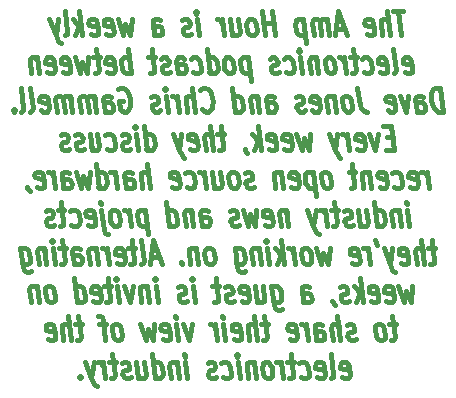
<source format=gbo>
G04 (created by PCBNEW (2013-03-19 BZR 4004)-stable) date 8/12/2013 12:05:24 AM*
%MOIN*%
G04 Gerber Fmt 3.4, Leading zero omitted, Abs format*
%FSLAX34Y34*%
G01*
G70*
G90*
G04 APERTURE LIST*
%ADD10C,0*%
%ADD11C,0.015*%
G04 APERTURE END LIST*
G54D10*
G54D11*
X66565Y-30483D02*
X66222Y-30483D01*
X66493Y-31283D02*
X66393Y-30483D01*
X66122Y-31283D02*
X66022Y-30483D01*
X65865Y-31283D02*
X65812Y-30864D01*
X65831Y-30788D01*
X65884Y-30750D01*
X65969Y-30750D01*
X66031Y-30788D01*
X66065Y-30826D01*
X65346Y-31245D02*
X65407Y-31283D01*
X65522Y-31283D01*
X65574Y-31245D01*
X65593Y-31169D01*
X65555Y-30864D01*
X65517Y-30788D01*
X65455Y-30750D01*
X65341Y-30750D01*
X65288Y-30788D01*
X65269Y-30864D01*
X65279Y-30940D01*
X65574Y-31017D01*
X64607Y-31055D02*
X64322Y-31055D01*
X64693Y-31283D02*
X64393Y-30483D01*
X64293Y-31283D01*
X64093Y-31283D02*
X64027Y-30750D01*
X64036Y-30826D02*
X64003Y-30788D01*
X63941Y-30750D01*
X63855Y-30750D01*
X63803Y-30788D01*
X63784Y-30864D01*
X63836Y-31283D01*
X63784Y-30864D02*
X63746Y-30788D01*
X63684Y-30750D01*
X63598Y-30750D01*
X63546Y-30788D01*
X63527Y-30864D01*
X63579Y-31283D01*
X63227Y-30750D02*
X63327Y-31550D01*
X63231Y-30788D02*
X63169Y-30750D01*
X63055Y-30750D01*
X63003Y-30788D01*
X62979Y-30826D01*
X62960Y-30902D01*
X62988Y-31131D01*
X63027Y-31207D01*
X63060Y-31245D01*
X63122Y-31283D01*
X63236Y-31283D01*
X63288Y-31245D01*
X62293Y-31283D02*
X62193Y-30483D01*
X62241Y-30864D02*
X61898Y-30864D01*
X61950Y-31283D02*
X61850Y-30483D01*
X61579Y-31283D02*
X61631Y-31245D01*
X61655Y-31207D01*
X61674Y-31131D01*
X61646Y-30902D01*
X61607Y-30826D01*
X61574Y-30788D01*
X61512Y-30750D01*
X61427Y-30750D01*
X61374Y-30788D01*
X61350Y-30826D01*
X61331Y-30902D01*
X61360Y-31131D01*
X61398Y-31207D01*
X61431Y-31245D01*
X61493Y-31283D01*
X61579Y-31283D01*
X60798Y-30750D02*
X60865Y-31283D01*
X61055Y-30750D02*
X61107Y-31169D01*
X61088Y-31245D01*
X61036Y-31283D01*
X60950Y-31283D01*
X60888Y-31245D01*
X60855Y-31207D01*
X60579Y-31283D02*
X60512Y-30750D01*
X60531Y-30902D02*
X60493Y-30826D01*
X60460Y-30788D01*
X60398Y-30750D01*
X60341Y-30750D01*
X59750Y-31283D02*
X59684Y-30750D01*
X59650Y-30483D02*
X59684Y-30521D01*
X59660Y-30560D01*
X59627Y-30521D01*
X59650Y-30483D01*
X59660Y-30560D01*
X59488Y-31245D02*
X59436Y-31283D01*
X59322Y-31283D01*
X59260Y-31245D01*
X59222Y-31169D01*
X59217Y-31131D01*
X59236Y-31055D01*
X59288Y-31017D01*
X59374Y-31017D01*
X59427Y-30979D01*
X59446Y-30902D01*
X59441Y-30864D01*
X59403Y-30788D01*
X59341Y-30750D01*
X59255Y-30750D01*
X59203Y-30788D01*
X58265Y-31283D02*
X58212Y-30864D01*
X58231Y-30788D01*
X58284Y-30750D01*
X58398Y-30750D01*
X58460Y-30788D01*
X58260Y-31245D02*
X58322Y-31283D01*
X58465Y-31283D01*
X58517Y-31245D01*
X58536Y-31169D01*
X58527Y-31093D01*
X58488Y-31017D01*
X58427Y-30979D01*
X58284Y-30979D01*
X58222Y-30940D01*
X57512Y-30750D02*
X57465Y-31283D01*
X57303Y-30902D01*
X57236Y-31283D01*
X57055Y-30750D01*
X56660Y-31245D02*
X56722Y-31283D01*
X56836Y-31283D01*
X56888Y-31245D01*
X56907Y-31169D01*
X56869Y-30864D01*
X56831Y-30788D01*
X56769Y-30750D01*
X56655Y-30750D01*
X56603Y-30788D01*
X56584Y-30864D01*
X56593Y-30940D01*
X56888Y-31017D01*
X56146Y-31245D02*
X56207Y-31283D01*
X56322Y-31283D01*
X56374Y-31245D01*
X56393Y-31169D01*
X56355Y-30864D01*
X56317Y-30788D01*
X56255Y-30750D01*
X56141Y-30750D01*
X56088Y-30788D01*
X56069Y-30864D01*
X56079Y-30940D01*
X56374Y-31017D01*
X55865Y-31283D02*
X55765Y-30483D01*
X55769Y-30979D02*
X55636Y-31283D01*
X55569Y-30750D02*
X55836Y-31055D01*
X55293Y-31283D02*
X55346Y-31245D01*
X55365Y-31169D01*
X55279Y-30483D01*
X55055Y-30750D02*
X54979Y-31283D01*
X54769Y-30750D02*
X54979Y-31283D01*
X55060Y-31474D01*
X55093Y-31512D01*
X55155Y-31550D01*
X66617Y-32515D02*
X66679Y-32553D01*
X66793Y-32553D01*
X66846Y-32515D01*
X66865Y-32439D01*
X66827Y-32134D01*
X66788Y-32058D01*
X66727Y-32020D01*
X66612Y-32020D01*
X66560Y-32058D01*
X66541Y-32134D01*
X66550Y-32210D01*
X66846Y-32287D01*
X66250Y-32553D02*
X66303Y-32515D01*
X66322Y-32439D01*
X66236Y-31753D01*
X65788Y-32515D02*
X65850Y-32553D01*
X65965Y-32553D01*
X66017Y-32515D01*
X66036Y-32439D01*
X65998Y-32134D01*
X65960Y-32058D01*
X65898Y-32020D01*
X65784Y-32020D01*
X65731Y-32058D01*
X65712Y-32134D01*
X65722Y-32210D01*
X66017Y-32287D01*
X65246Y-32515D02*
X65307Y-32553D01*
X65422Y-32553D01*
X65474Y-32515D01*
X65498Y-32477D01*
X65517Y-32401D01*
X65488Y-32172D01*
X65450Y-32096D01*
X65417Y-32058D01*
X65355Y-32020D01*
X65241Y-32020D01*
X65188Y-32058D01*
X65012Y-32020D02*
X64784Y-32020D01*
X64893Y-31753D02*
X64979Y-32439D01*
X64960Y-32515D01*
X64907Y-32553D01*
X64850Y-32553D01*
X64650Y-32553D02*
X64584Y-32020D01*
X64603Y-32172D02*
X64565Y-32096D01*
X64531Y-32058D01*
X64469Y-32020D01*
X64412Y-32020D01*
X64193Y-32553D02*
X64246Y-32515D01*
X64269Y-32477D01*
X64288Y-32401D01*
X64260Y-32172D01*
X64222Y-32096D01*
X64188Y-32058D01*
X64127Y-32020D01*
X64041Y-32020D01*
X63988Y-32058D01*
X63965Y-32096D01*
X63946Y-32172D01*
X63974Y-32401D01*
X64012Y-32477D01*
X64046Y-32515D01*
X64107Y-32553D01*
X64193Y-32553D01*
X63669Y-32020D02*
X63736Y-32553D01*
X63679Y-32096D02*
X63646Y-32058D01*
X63584Y-32020D01*
X63498Y-32020D01*
X63446Y-32058D01*
X63427Y-32134D01*
X63479Y-32553D01*
X63193Y-32553D02*
X63127Y-32020D01*
X63093Y-31753D02*
X63127Y-31791D01*
X63103Y-31830D01*
X63069Y-31791D01*
X63093Y-31753D01*
X63103Y-31830D01*
X62646Y-32515D02*
X62707Y-32553D01*
X62822Y-32553D01*
X62874Y-32515D01*
X62898Y-32477D01*
X62917Y-32401D01*
X62888Y-32172D01*
X62850Y-32096D01*
X62817Y-32058D01*
X62755Y-32020D01*
X62641Y-32020D01*
X62588Y-32058D01*
X62417Y-32515D02*
X62365Y-32553D01*
X62250Y-32553D01*
X62188Y-32515D01*
X62150Y-32439D01*
X62146Y-32401D01*
X62165Y-32325D01*
X62217Y-32287D01*
X62303Y-32287D01*
X62355Y-32249D01*
X62374Y-32172D01*
X62369Y-32134D01*
X62331Y-32058D01*
X62269Y-32020D01*
X62184Y-32020D01*
X62131Y-32058D01*
X61384Y-32020D02*
X61484Y-32820D01*
X61388Y-32058D02*
X61327Y-32020D01*
X61212Y-32020D01*
X61160Y-32058D01*
X61136Y-32096D01*
X61117Y-32172D01*
X61146Y-32401D01*
X61184Y-32477D01*
X61217Y-32515D01*
X61279Y-32553D01*
X61393Y-32553D01*
X61446Y-32515D01*
X60822Y-32553D02*
X60874Y-32515D01*
X60898Y-32477D01*
X60917Y-32401D01*
X60888Y-32172D01*
X60850Y-32096D01*
X60817Y-32058D01*
X60755Y-32020D01*
X60669Y-32020D01*
X60617Y-32058D01*
X60593Y-32096D01*
X60574Y-32172D01*
X60603Y-32401D01*
X60641Y-32477D01*
X60674Y-32515D01*
X60736Y-32553D01*
X60822Y-32553D01*
X60107Y-32553D02*
X60007Y-31753D01*
X60103Y-32515D02*
X60165Y-32553D01*
X60279Y-32553D01*
X60331Y-32515D01*
X60355Y-32477D01*
X60374Y-32401D01*
X60346Y-32172D01*
X60307Y-32096D01*
X60274Y-32058D01*
X60212Y-32020D01*
X60098Y-32020D01*
X60046Y-32058D01*
X59560Y-32515D02*
X59622Y-32553D01*
X59736Y-32553D01*
X59788Y-32515D01*
X59812Y-32477D01*
X59831Y-32401D01*
X59803Y-32172D01*
X59765Y-32096D01*
X59731Y-32058D01*
X59669Y-32020D01*
X59555Y-32020D01*
X59503Y-32058D01*
X59050Y-32553D02*
X58998Y-32134D01*
X59017Y-32058D01*
X59069Y-32020D01*
X59184Y-32020D01*
X59246Y-32058D01*
X59046Y-32515D02*
X59107Y-32553D01*
X59250Y-32553D01*
X59303Y-32515D01*
X59322Y-32439D01*
X59312Y-32363D01*
X59274Y-32287D01*
X59212Y-32249D01*
X59069Y-32249D01*
X59007Y-32210D01*
X58788Y-32515D02*
X58736Y-32553D01*
X58622Y-32553D01*
X58560Y-32515D01*
X58522Y-32439D01*
X58517Y-32401D01*
X58536Y-32325D01*
X58588Y-32287D01*
X58674Y-32287D01*
X58727Y-32249D01*
X58746Y-32172D01*
X58741Y-32134D01*
X58703Y-32058D01*
X58641Y-32020D01*
X58555Y-32020D01*
X58503Y-32058D01*
X58298Y-32020D02*
X58069Y-32020D01*
X58179Y-31753D02*
X58265Y-32439D01*
X58246Y-32515D01*
X58193Y-32553D01*
X58136Y-32553D01*
X57479Y-32553D02*
X57379Y-31753D01*
X57417Y-32058D02*
X57355Y-32020D01*
X57241Y-32020D01*
X57188Y-32058D01*
X57165Y-32096D01*
X57146Y-32172D01*
X57174Y-32401D01*
X57212Y-32477D01*
X57246Y-32515D01*
X57307Y-32553D01*
X57422Y-32553D01*
X57474Y-32515D01*
X56703Y-32515D02*
X56765Y-32553D01*
X56879Y-32553D01*
X56931Y-32515D01*
X56950Y-32439D01*
X56912Y-32134D01*
X56874Y-32058D01*
X56812Y-32020D01*
X56698Y-32020D01*
X56646Y-32058D01*
X56627Y-32134D01*
X56636Y-32210D01*
X56931Y-32287D01*
X56441Y-32020D02*
X56212Y-32020D01*
X56322Y-31753D02*
X56407Y-32439D01*
X56388Y-32515D01*
X56336Y-32553D01*
X56279Y-32553D01*
X56069Y-32020D02*
X56022Y-32553D01*
X55860Y-32172D01*
X55793Y-32553D01*
X55612Y-32020D01*
X55217Y-32515D02*
X55279Y-32553D01*
X55393Y-32553D01*
X55446Y-32515D01*
X55465Y-32439D01*
X55427Y-32134D01*
X55388Y-32058D01*
X55327Y-32020D01*
X55212Y-32020D01*
X55160Y-32058D01*
X55141Y-32134D01*
X55150Y-32210D01*
X55446Y-32287D01*
X54703Y-32515D02*
X54765Y-32553D01*
X54879Y-32553D01*
X54931Y-32515D01*
X54950Y-32439D01*
X54912Y-32134D01*
X54874Y-32058D01*
X54812Y-32020D01*
X54698Y-32020D01*
X54646Y-32058D01*
X54627Y-32134D01*
X54636Y-32210D01*
X54931Y-32287D01*
X54355Y-32020D02*
X54422Y-32553D01*
X54365Y-32096D02*
X54331Y-32058D01*
X54269Y-32020D01*
X54184Y-32020D01*
X54131Y-32058D01*
X54112Y-32134D01*
X54165Y-32553D01*
X67879Y-33823D02*
X67779Y-33023D01*
X67636Y-33023D01*
X67555Y-33061D01*
X67507Y-33138D01*
X67488Y-33214D01*
X67479Y-33366D01*
X67493Y-33480D01*
X67541Y-33633D01*
X67579Y-33709D01*
X67646Y-33785D01*
X67736Y-33823D01*
X67879Y-33823D01*
X67022Y-33823D02*
X66969Y-33404D01*
X66988Y-33328D01*
X67041Y-33290D01*
X67155Y-33290D01*
X67217Y-33328D01*
X67017Y-33785D02*
X67079Y-33823D01*
X67222Y-33823D01*
X67274Y-33785D01*
X67293Y-33709D01*
X67284Y-33633D01*
X67246Y-33557D01*
X67184Y-33519D01*
X67041Y-33519D01*
X66979Y-33480D01*
X66727Y-33290D02*
X66650Y-33823D01*
X66441Y-33290D01*
X66046Y-33785D02*
X66107Y-33823D01*
X66222Y-33823D01*
X66274Y-33785D01*
X66293Y-33709D01*
X66255Y-33404D01*
X66217Y-33328D01*
X66155Y-33290D01*
X66041Y-33290D01*
X65988Y-33328D01*
X65969Y-33404D01*
X65979Y-33480D01*
X66274Y-33557D01*
X65036Y-33023D02*
X65107Y-33595D01*
X65150Y-33709D01*
X65217Y-33785D01*
X65307Y-33823D01*
X65365Y-33823D01*
X64765Y-33823D02*
X64817Y-33785D01*
X64841Y-33747D01*
X64860Y-33671D01*
X64831Y-33442D01*
X64793Y-33366D01*
X64760Y-33328D01*
X64698Y-33290D01*
X64612Y-33290D01*
X64560Y-33328D01*
X64536Y-33366D01*
X64517Y-33442D01*
X64546Y-33671D01*
X64584Y-33747D01*
X64617Y-33785D01*
X64679Y-33823D01*
X64765Y-33823D01*
X64241Y-33290D02*
X64307Y-33823D01*
X64250Y-33366D02*
X64217Y-33328D01*
X64155Y-33290D01*
X64069Y-33290D01*
X64017Y-33328D01*
X63998Y-33404D01*
X64050Y-33823D01*
X63531Y-33785D02*
X63593Y-33823D01*
X63707Y-33823D01*
X63760Y-33785D01*
X63779Y-33709D01*
X63741Y-33404D01*
X63703Y-33328D01*
X63641Y-33290D01*
X63527Y-33290D01*
X63474Y-33328D01*
X63455Y-33404D01*
X63465Y-33480D01*
X63760Y-33557D01*
X63274Y-33785D02*
X63222Y-33823D01*
X63107Y-33823D01*
X63046Y-33785D01*
X63007Y-33709D01*
X63003Y-33671D01*
X63022Y-33595D01*
X63074Y-33557D01*
X63160Y-33557D01*
X63212Y-33519D01*
X63231Y-33442D01*
X63227Y-33404D01*
X63188Y-33328D01*
X63127Y-33290D01*
X63041Y-33290D01*
X62988Y-33328D01*
X62050Y-33823D02*
X61998Y-33404D01*
X62017Y-33328D01*
X62069Y-33290D01*
X62184Y-33290D01*
X62246Y-33328D01*
X62046Y-33785D02*
X62107Y-33823D01*
X62250Y-33823D01*
X62303Y-33785D01*
X62322Y-33709D01*
X62312Y-33633D01*
X62274Y-33557D01*
X62212Y-33519D01*
X62069Y-33519D01*
X62007Y-33480D01*
X61698Y-33290D02*
X61765Y-33823D01*
X61707Y-33366D02*
X61674Y-33328D01*
X61612Y-33290D01*
X61527Y-33290D01*
X61474Y-33328D01*
X61455Y-33404D01*
X61507Y-33823D01*
X60965Y-33823D02*
X60865Y-33023D01*
X60960Y-33785D02*
X61022Y-33823D01*
X61136Y-33823D01*
X61188Y-33785D01*
X61212Y-33747D01*
X61231Y-33671D01*
X61203Y-33442D01*
X61165Y-33366D01*
X61131Y-33328D01*
X61069Y-33290D01*
X60955Y-33290D01*
X60903Y-33328D01*
X59869Y-33747D02*
X59903Y-33785D01*
X59993Y-33823D01*
X60050Y-33823D01*
X60131Y-33785D01*
X60179Y-33709D01*
X60198Y-33633D01*
X60207Y-33480D01*
X60193Y-33366D01*
X60146Y-33214D01*
X60107Y-33138D01*
X60041Y-33061D01*
X59950Y-33023D01*
X59893Y-33023D01*
X59812Y-33061D01*
X59788Y-33100D01*
X59622Y-33823D02*
X59522Y-33023D01*
X59365Y-33823D02*
X59312Y-33404D01*
X59331Y-33328D01*
X59384Y-33290D01*
X59469Y-33290D01*
X59531Y-33328D01*
X59565Y-33366D01*
X59079Y-33823D02*
X59012Y-33290D01*
X59031Y-33442D02*
X58993Y-33366D01*
X58960Y-33328D01*
X58898Y-33290D01*
X58841Y-33290D01*
X58707Y-33823D02*
X58641Y-33290D01*
X58607Y-33023D02*
X58641Y-33061D01*
X58617Y-33100D01*
X58584Y-33061D01*
X58607Y-33023D01*
X58617Y-33100D01*
X58446Y-33785D02*
X58393Y-33823D01*
X58279Y-33823D01*
X58217Y-33785D01*
X58179Y-33709D01*
X58174Y-33671D01*
X58193Y-33595D01*
X58246Y-33557D01*
X58331Y-33557D01*
X58384Y-33519D01*
X58403Y-33442D01*
X58398Y-33404D01*
X58360Y-33328D01*
X58298Y-33290D01*
X58212Y-33290D01*
X58160Y-33328D01*
X57069Y-33061D02*
X57122Y-33023D01*
X57207Y-33023D01*
X57298Y-33061D01*
X57365Y-33138D01*
X57403Y-33214D01*
X57450Y-33366D01*
X57465Y-33480D01*
X57455Y-33633D01*
X57436Y-33709D01*
X57388Y-33785D01*
X57307Y-33823D01*
X57250Y-33823D01*
X57160Y-33785D01*
X57127Y-33747D01*
X57093Y-33480D01*
X57207Y-33480D01*
X56622Y-33823D02*
X56569Y-33404D01*
X56588Y-33328D01*
X56641Y-33290D01*
X56755Y-33290D01*
X56817Y-33328D01*
X56617Y-33785D02*
X56679Y-33823D01*
X56822Y-33823D01*
X56874Y-33785D01*
X56893Y-33709D01*
X56884Y-33633D01*
X56846Y-33557D01*
X56784Y-33519D01*
X56641Y-33519D01*
X56579Y-33480D01*
X56336Y-33823D02*
X56269Y-33290D01*
X56279Y-33366D02*
X56246Y-33328D01*
X56184Y-33290D01*
X56098Y-33290D01*
X56046Y-33328D01*
X56027Y-33404D01*
X56079Y-33823D01*
X56027Y-33404D02*
X55988Y-33328D01*
X55927Y-33290D01*
X55841Y-33290D01*
X55788Y-33328D01*
X55769Y-33404D01*
X55822Y-33823D01*
X55536Y-33823D02*
X55469Y-33290D01*
X55479Y-33366D02*
X55446Y-33328D01*
X55384Y-33290D01*
X55298Y-33290D01*
X55246Y-33328D01*
X55227Y-33404D01*
X55279Y-33823D01*
X55227Y-33404D02*
X55188Y-33328D01*
X55127Y-33290D01*
X55041Y-33290D01*
X54988Y-33328D01*
X54969Y-33404D01*
X55022Y-33823D01*
X54503Y-33785D02*
X54565Y-33823D01*
X54679Y-33823D01*
X54731Y-33785D01*
X54750Y-33709D01*
X54712Y-33404D01*
X54674Y-33328D01*
X54612Y-33290D01*
X54498Y-33290D01*
X54446Y-33328D01*
X54427Y-33404D01*
X54436Y-33480D01*
X54731Y-33557D01*
X54136Y-33823D02*
X54188Y-33785D01*
X54207Y-33709D01*
X54122Y-33023D01*
X53822Y-33823D02*
X53874Y-33785D01*
X53893Y-33709D01*
X53807Y-33023D01*
X53584Y-33747D02*
X53560Y-33785D01*
X53593Y-33823D01*
X53617Y-33785D01*
X53584Y-33747D01*
X53593Y-33823D01*
X66212Y-34674D02*
X66012Y-34674D01*
X65979Y-35093D02*
X66265Y-35093D01*
X66165Y-34293D01*
X65879Y-34293D01*
X65712Y-34560D02*
X65636Y-35093D01*
X65427Y-34560D01*
X65031Y-35055D02*
X65093Y-35093D01*
X65207Y-35093D01*
X65260Y-35055D01*
X65279Y-34979D01*
X65241Y-34674D01*
X65203Y-34598D01*
X65141Y-34560D01*
X65027Y-34560D01*
X64974Y-34598D01*
X64955Y-34674D01*
X64965Y-34750D01*
X65260Y-34827D01*
X64750Y-35093D02*
X64684Y-34560D01*
X64703Y-34712D02*
X64665Y-34636D01*
X64631Y-34598D01*
X64569Y-34560D01*
X64512Y-34560D01*
X64369Y-34560D02*
X64293Y-35093D01*
X64084Y-34560D02*
X64293Y-35093D01*
X64374Y-35284D01*
X64407Y-35322D01*
X64469Y-35360D01*
X63455Y-34560D02*
X63407Y-35093D01*
X63246Y-34712D01*
X63179Y-35093D01*
X62998Y-34560D01*
X62603Y-35055D02*
X62665Y-35093D01*
X62779Y-35093D01*
X62831Y-35055D01*
X62850Y-34979D01*
X62812Y-34674D01*
X62774Y-34598D01*
X62712Y-34560D01*
X62598Y-34560D01*
X62546Y-34598D01*
X62527Y-34674D01*
X62536Y-34750D01*
X62831Y-34827D01*
X62088Y-35055D02*
X62150Y-35093D01*
X62265Y-35093D01*
X62317Y-35055D01*
X62336Y-34979D01*
X62298Y-34674D01*
X62260Y-34598D01*
X62198Y-34560D01*
X62084Y-34560D01*
X62031Y-34598D01*
X62012Y-34674D01*
X62022Y-34750D01*
X62317Y-34827D01*
X61807Y-35093D02*
X61707Y-34293D01*
X61712Y-34789D02*
X61579Y-35093D01*
X61512Y-34560D02*
X61779Y-34865D01*
X61288Y-35055D02*
X61293Y-35093D01*
X61331Y-35170D01*
X61365Y-35208D01*
X60598Y-34560D02*
X60369Y-34560D01*
X60479Y-34293D02*
X60565Y-34979D01*
X60546Y-35055D01*
X60493Y-35093D01*
X60436Y-35093D01*
X60236Y-35093D02*
X60136Y-34293D01*
X59979Y-35093D02*
X59927Y-34674D01*
X59946Y-34598D01*
X59998Y-34560D01*
X60084Y-34560D01*
X60146Y-34598D01*
X60179Y-34636D01*
X59460Y-35055D02*
X59522Y-35093D01*
X59636Y-35093D01*
X59688Y-35055D01*
X59707Y-34979D01*
X59669Y-34674D01*
X59631Y-34598D01*
X59569Y-34560D01*
X59455Y-34560D01*
X59403Y-34598D01*
X59384Y-34674D01*
X59393Y-34750D01*
X59688Y-34827D01*
X59169Y-34560D02*
X59093Y-35093D01*
X58884Y-34560D02*
X59093Y-35093D01*
X59174Y-35284D01*
X59207Y-35322D01*
X59269Y-35360D01*
X58007Y-35093D02*
X57907Y-34293D01*
X58003Y-35055D02*
X58065Y-35093D01*
X58179Y-35093D01*
X58231Y-35055D01*
X58255Y-35017D01*
X58274Y-34941D01*
X58246Y-34712D01*
X58207Y-34636D01*
X58174Y-34598D01*
X58112Y-34560D01*
X57998Y-34560D01*
X57946Y-34598D01*
X57722Y-35093D02*
X57655Y-34560D01*
X57622Y-34293D02*
X57655Y-34331D01*
X57631Y-34370D01*
X57598Y-34331D01*
X57622Y-34293D01*
X57631Y-34370D01*
X57460Y-35055D02*
X57407Y-35093D01*
X57293Y-35093D01*
X57231Y-35055D01*
X57193Y-34979D01*
X57188Y-34941D01*
X57207Y-34865D01*
X57260Y-34827D01*
X57346Y-34827D01*
X57398Y-34789D01*
X57417Y-34712D01*
X57412Y-34674D01*
X57374Y-34598D01*
X57312Y-34560D01*
X57227Y-34560D01*
X57174Y-34598D01*
X56688Y-35055D02*
X56750Y-35093D01*
X56865Y-35093D01*
X56917Y-35055D01*
X56941Y-35017D01*
X56960Y-34941D01*
X56931Y-34712D01*
X56893Y-34636D01*
X56860Y-34598D01*
X56798Y-34560D01*
X56684Y-34560D01*
X56631Y-34598D01*
X56112Y-34560D02*
X56179Y-35093D01*
X56369Y-34560D02*
X56422Y-34979D01*
X56403Y-35055D01*
X56350Y-35093D01*
X56265Y-35093D01*
X56203Y-35055D01*
X56169Y-35017D01*
X55917Y-35055D02*
X55865Y-35093D01*
X55750Y-35093D01*
X55688Y-35055D01*
X55650Y-34979D01*
X55646Y-34941D01*
X55665Y-34865D01*
X55717Y-34827D01*
X55803Y-34827D01*
X55855Y-34789D01*
X55874Y-34712D01*
X55869Y-34674D01*
X55831Y-34598D01*
X55769Y-34560D01*
X55684Y-34560D01*
X55631Y-34598D01*
X55431Y-35055D02*
X55379Y-35093D01*
X55265Y-35093D01*
X55203Y-35055D01*
X55165Y-34979D01*
X55160Y-34941D01*
X55179Y-34865D01*
X55231Y-34827D01*
X55317Y-34827D01*
X55369Y-34789D01*
X55388Y-34712D01*
X55384Y-34674D01*
X55346Y-34598D01*
X55284Y-34560D01*
X55198Y-34560D01*
X55146Y-34598D01*
X67407Y-36363D02*
X67341Y-35830D01*
X67360Y-35982D02*
X67322Y-35906D01*
X67288Y-35868D01*
X67227Y-35830D01*
X67169Y-35830D01*
X66803Y-36325D02*
X66865Y-36363D01*
X66979Y-36363D01*
X67031Y-36325D01*
X67050Y-36249D01*
X67012Y-35944D01*
X66974Y-35868D01*
X66912Y-35830D01*
X66798Y-35830D01*
X66746Y-35868D01*
X66727Y-35944D01*
X66736Y-36020D01*
X67031Y-36097D01*
X66260Y-36325D02*
X66322Y-36363D01*
X66436Y-36363D01*
X66488Y-36325D01*
X66512Y-36287D01*
X66531Y-36211D01*
X66503Y-35982D01*
X66465Y-35906D01*
X66431Y-35868D01*
X66369Y-35830D01*
X66255Y-35830D01*
X66203Y-35868D01*
X65774Y-36325D02*
X65836Y-36363D01*
X65950Y-36363D01*
X66003Y-36325D01*
X66022Y-36249D01*
X65984Y-35944D01*
X65946Y-35868D01*
X65884Y-35830D01*
X65769Y-35830D01*
X65717Y-35868D01*
X65698Y-35944D01*
X65707Y-36020D01*
X66003Y-36097D01*
X65427Y-35830D02*
X65493Y-36363D01*
X65436Y-35906D02*
X65403Y-35868D01*
X65341Y-35830D01*
X65255Y-35830D01*
X65203Y-35868D01*
X65184Y-35944D01*
X65236Y-36363D01*
X64969Y-35830D02*
X64741Y-35830D01*
X64850Y-35563D02*
X64936Y-36249D01*
X64917Y-36325D01*
X64865Y-36363D01*
X64807Y-36363D01*
X64065Y-36363D02*
X64117Y-36325D01*
X64141Y-36287D01*
X64160Y-36211D01*
X64131Y-35982D01*
X64093Y-35906D01*
X64060Y-35868D01*
X63998Y-35830D01*
X63912Y-35830D01*
X63860Y-35868D01*
X63836Y-35906D01*
X63817Y-35982D01*
X63846Y-36211D01*
X63884Y-36287D01*
X63917Y-36325D01*
X63979Y-36363D01*
X64065Y-36363D01*
X63541Y-35830D02*
X63641Y-36630D01*
X63546Y-35868D02*
X63484Y-35830D01*
X63369Y-35830D01*
X63317Y-35868D01*
X63293Y-35906D01*
X63274Y-35982D01*
X63303Y-36211D01*
X63341Y-36287D01*
X63374Y-36325D01*
X63436Y-36363D01*
X63550Y-36363D01*
X63603Y-36325D01*
X62831Y-36325D02*
X62893Y-36363D01*
X63007Y-36363D01*
X63060Y-36325D01*
X63079Y-36249D01*
X63041Y-35944D01*
X63003Y-35868D01*
X62941Y-35830D01*
X62827Y-35830D01*
X62774Y-35868D01*
X62755Y-35944D01*
X62765Y-36020D01*
X63060Y-36097D01*
X62484Y-35830D02*
X62550Y-36363D01*
X62493Y-35906D02*
X62460Y-35868D01*
X62398Y-35830D01*
X62312Y-35830D01*
X62260Y-35868D01*
X62241Y-35944D01*
X62293Y-36363D01*
X61574Y-36325D02*
X61522Y-36363D01*
X61407Y-36363D01*
X61346Y-36325D01*
X61307Y-36249D01*
X61303Y-36211D01*
X61322Y-36135D01*
X61374Y-36097D01*
X61460Y-36097D01*
X61512Y-36059D01*
X61531Y-35982D01*
X61527Y-35944D01*
X61488Y-35868D01*
X61427Y-35830D01*
X61341Y-35830D01*
X61288Y-35868D01*
X60979Y-36363D02*
X61031Y-36325D01*
X61055Y-36287D01*
X61074Y-36211D01*
X61046Y-35982D01*
X61007Y-35906D01*
X60974Y-35868D01*
X60912Y-35830D01*
X60827Y-35830D01*
X60774Y-35868D01*
X60750Y-35906D01*
X60731Y-35982D01*
X60760Y-36211D01*
X60798Y-36287D01*
X60831Y-36325D01*
X60893Y-36363D01*
X60979Y-36363D01*
X60198Y-35830D02*
X60265Y-36363D01*
X60455Y-35830D02*
X60507Y-36249D01*
X60488Y-36325D01*
X60436Y-36363D01*
X60350Y-36363D01*
X60288Y-36325D01*
X60255Y-36287D01*
X59979Y-36363D02*
X59912Y-35830D01*
X59931Y-35982D02*
X59893Y-35906D01*
X59860Y-35868D01*
X59798Y-35830D01*
X59741Y-35830D01*
X59346Y-36325D02*
X59407Y-36363D01*
X59522Y-36363D01*
X59574Y-36325D01*
X59598Y-36287D01*
X59617Y-36211D01*
X59588Y-35982D01*
X59550Y-35906D01*
X59517Y-35868D01*
X59455Y-35830D01*
X59341Y-35830D01*
X59288Y-35868D01*
X58860Y-36325D02*
X58922Y-36363D01*
X59036Y-36363D01*
X59088Y-36325D01*
X59107Y-36249D01*
X59069Y-35944D01*
X59031Y-35868D01*
X58969Y-35830D01*
X58855Y-35830D01*
X58803Y-35868D01*
X58784Y-35944D01*
X58793Y-36020D01*
X59088Y-36097D01*
X58122Y-36363D02*
X58022Y-35563D01*
X57865Y-36363D02*
X57812Y-35944D01*
X57831Y-35868D01*
X57884Y-35830D01*
X57969Y-35830D01*
X58031Y-35868D01*
X58065Y-35906D01*
X57322Y-36363D02*
X57269Y-35944D01*
X57288Y-35868D01*
X57341Y-35830D01*
X57455Y-35830D01*
X57517Y-35868D01*
X57317Y-36325D02*
X57379Y-36363D01*
X57522Y-36363D01*
X57574Y-36325D01*
X57593Y-36249D01*
X57584Y-36173D01*
X57546Y-36097D01*
X57484Y-36059D01*
X57341Y-36059D01*
X57279Y-36020D01*
X57036Y-36363D02*
X56969Y-35830D01*
X56988Y-35982D02*
X56950Y-35906D01*
X56917Y-35868D01*
X56855Y-35830D01*
X56798Y-35830D01*
X56407Y-36363D02*
X56307Y-35563D01*
X56403Y-36325D02*
X56465Y-36363D01*
X56579Y-36363D01*
X56631Y-36325D01*
X56655Y-36287D01*
X56674Y-36211D01*
X56646Y-35982D01*
X56607Y-35906D01*
X56574Y-35868D01*
X56512Y-35830D01*
X56398Y-35830D01*
X56346Y-35868D01*
X56112Y-35830D02*
X56065Y-36363D01*
X55903Y-35982D01*
X55836Y-36363D01*
X55655Y-35830D01*
X55236Y-36363D02*
X55184Y-35944D01*
X55203Y-35868D01*
X55255Y-35830D01*
X55369Y-35830D01*
X55431Y-35868D01*
X55231Y-36325D02*
X55293Y-36363D01*
X55436Y-36363D01*
X55488Y-36325D01*
X55507Y-36249D01*
X55498Y-36173D01*
X55460Y-36097D01*
X55398Y-36059D01*
X55255Y-36059D01*
X55193Y-36020D01*
X54950Y-36363D02*
X54884Y-35830D01*
X54903Y-35982D02*
X54865Y-35906D01*
X54831Y-35868D01*
X54769Y-35830D01*
X54712Y-35830D01*
X54346Y-36325D02*
X54407Y-36363D01*
X54522Y-36363D01*
X54574Y-36325D01*
X54593Y-36249D01*
X54555Y-35944D01*
X54517Y-35868D01*
X54455Y-35830D01*
X54341Y-35830D01*
X54288Y-35868D01*
X54269Y-35944D01*
X54279Y-36020D01*
X54574Y-36097D01*
X54031Y-36325D02*
X54036Y-36363D01*
X54074Y-36440D01*
X54107Y-36478D01*
X66765Y-37633D02*
X66698Y-37100D01*
X66665Y-36833D02*
X66698Y-36871D01*
X66674Y-36910D01*
X66641Y-36871D01*
X66665Y-36833D01*
X66674Y-36910D01*
X66412Y-37100D02*
X66479Y-37633D01*
X66422Y-37176D02*
X66388Y-37138D01*
X66327Y-37100D01*
X66241Y-37100D01*
X66188Y-37138D01*
X66169Y-37214D01*
X66222Y-37633D01*
X65679Y-37633D02*
X65579Y-36833D01*
X65674Y-37595D02*
X65736Y-37633D01*
X65850Y-37633D01*
X65903Y-37595D01*
X65927Y-37557D01*
X65946Y-37481D01*
X65917Y-37252D01*
X65879Y-37176D01*
X65846Y-37138D01*
X65784Y-37100D01*
X65669Y-37100D01*
X65617Y-37138D01*
X65069Y-37100D02*
X65136Y-37633D01*
X65327Y-37100D02*
X65379Y-37519D01*
X65360Y-37595D01*
X65307Y-37633D01*
X65222Y-37633D01*
X65160Y-37595D01*
X65127Y-37557D01*
X64874Y-37595D02*
X64822Y-37633D01*
X64707Y-37633D01*
X64646Y-37595D01*
X64607Y-37519D01*
X64603Y-37481D01*
X64622Y-37405D01*
X64674Y-37367D01*
X64760Y-37367D01*
X64812Y-37329D01*
X64831Y-37252D01*
X64827Y-37214D01*
X64788Y-37138D01*
X64727Y-37100D01*
X64641Y-37100D01*
X64588Y-37138D01*
X64384Y-37100D02*
X64155Y-37100D01*
X64265Y-36833D02*
X64350Y-37519D01*
X64331Y-37595D01*
X64279Y-37633D01*
X64222Y-37633D01*
X64022Y-37633D02*
X63955Y-37100D01*
X63974Y-37252D02*
X63936Y-37176D01*
X63903Y-37138D01*
X63841Y-37100D01*
X63784Y-37100D01*
X63641Y-37100D02*
X63565Y-37633D01*
X63355Y-37100D02*
X63565Y-37633D01*
X63646Y-37824D01*
X63679Y-37862D01*
X63741Y-37900D01*
X62669Y-37100D02*
X62736Y-37633D01*
X62679Y-37176D02*
X62646Y-37138D01*
X62584Y-37100D01*
X62498Y-37100D01*
X62446Y-37138D01*
X62427Y-37214D01*
X62479Y-37633D01*
X61960Y-37595D02*
X62022Y-37633D01*
X62136Y-37633D01*
X62188Y-37595D01*
X62207Y-37519D01*
X62169Y-37214D01*
X62131Y-37138D01*
X62069Y-37100D01*
X61955Y-37100D01*
X61903Y-37138D01*
X61884Y-37214D01*
X61893Y-37290D01*
X62188Y-37367D01*
X61669Y-37100D02*
X61622Y-37633D01*
X61460Y-37252D01*
X61393Y-37633D01*
X61212Y-37100D01*
X61074Y-37595D02*
X61022Y-37633D01*
X60907Y-37633D01*
X60846Y-37595D01*
X60807Y-37519D01*
X60803Y-37481D01*
X60822Y-37405D01*
X60874Y-37367D01*
X60960Y-37367D01*
X61012Y-37329D01*
X61031Y-37252D01*
X61027Y-37214D01*
X60988Y-37138D01*
X60927Y-37100D01*
X60841Y-37100D01*
X60788Y-37138D01*
X59850Y-37633D02*
X59798Y-37214D01*
X59817Y-37138D01*
X59869Y-37100D01*
X59984Y-37100D01*
X60046Y-37138D01*
X59846Y-37595D02*
X59907Y-37633D01*
X60050Y-37633D01*
X60103Y-37595D01*
X60122Y-37519D01*
X60112Y-37443D01*
X60074Y-37367D01*
X60012Y-37329D01*
X59869Y-37329D01*
X59807Y-37290D01*
X59498Y-37100D02*
X59565Y-37633D01*
X59507Y-37176D02*
X59474Y-37138D01*
X59412Y-37100D01*
X59327Y-37100D01*
X59274Y-37138D01*
X59255Y-37214D01*
X59307Y-37633D01*
X58765Y-37633D02*
X58665Y-36833D01*
X58760Y-37595D02*
X58822Y-37633D01*
X58936Y-37633D01*
X58988Y-37595D01*
X59012Y-37557D01*
X59031Y-37481D01*
X59003Y-37252D01*
X58965Y-37176D01*
X58931Y-37138D01*
X58869Y-37100D01*
X58755Y-37100D01*
X58703Y-37138D01*
X57955Y-37100D02*
X58055Y-37900D01*
X57960Y-37138D02*
X57898Y-37100D01*
X57784Y-37100D01*
X57731Y-37138D01*
X57707Y-37176D01*
X57688Y-37252D01*
X57717Y-37481D01*
X57755Y-37557D01*
X57788Y-37595D01*
X57850Y-37633D01*
X57965Y-37633D01*
X58017Y-37595D01*
X57479Y-37633D02*
X57412Y-37100D01*
X57431Y-37252D02*
X57393Y-37176D01*
X57360Y-37138D01*
X57298Y-37100D01*
X57241Y-37100D01*
X57022Y-37633D02*
X57074Y-37595D01*
X57098Y-37557D01*
X57117Y-37481D01*
X57088Y-37252D01*
X57050Y-37176D01*
X57017Y-37138D01*
X56955Y-37100D01*
X56869Y-37100D01*
X56817Y-37138D01*
X56793Y-37176D01*
X56774Y-37252D01*
X56803Y-37481D01*
X56841Y-37557D01*
X56874Y-37595D01*
X56936Y-37633D01*
X57022Y-37633D01*
X56498Y-37100D02*
X56584Y-37786D01*
X56622Y-37862D01*
X56684Y-37900D01*
X56712Y-37900D01*
X56465Y-36833D02*
X56498Y-36871D01*
X56474Y-36910D01*
X56441Y-36871D01*
X56465Y-36833D01*
X56474Y-36910D01*
X56046Y-37595D02*
X56107Y-37633D01*
X56222Y-37633D01*
X56274Y-37595D01*
X56293Y-37519D01*
X56255Y-37214D01*
X56217Y-37138D01*
X56155Y-37100D01*
X56041Y-37100D01*
X55988Y-37138D01*
X55969Y-37214D01*
X55979Y-37290D01*
X56274Y-37367D01*
X55503Y-37595D02*
X55565Y-37633D01*
X55679Y-37633D01*
X55731Y-37595D01*
X55755Y-37557D01*
X55774Y-37481D01*
X55746Y-37252D01*
X55707Y-37176D01*
X55674Y-37138D01*
X55612Y-37100D01*
X55498Y-37100D01*
X55446Y-37138D01*
X55269Y-37100D02*
X55041Y-37100D01*
X55150Y-36833D02*
X55236Y-37519D01*
X55217Y-37595D01*
X55165Y-37633D01*
X55107Y-37633D01*
X54931Y-37595D02*
X54879Y-37633D01*
X54765Y-37633D01*
X54703Y-37595D01*
X54665Y-37519D01*
X54660Y-37481D01*
X54679Y-37405D01*
X54731Y-37367D01*
X54817Y-37367D01*
X54869Y-37329D01*
X54888Y-37252D01*
X54884Y-37214D01*
X54846Y-37138D01*
X54784Y-37100D01*
X54698Y-37100D01*
X54646Y-37138D01*
X67627Y-38370D02*
X67398Y-38370D01*
X67507Y-38103D02*
X67593Y-38789D01*
X67574Y-38865D01*
X67522Y-38903D01*
X67465Y-38903D01*
X67265Y-38903D02*
X67165Y-38103D01*
X67007Y-38903D02*
X66955Y-38484D01*
X66974Y-38408D01*
X67027Y-38370D01*
X67112Y-38370D01*
X67174Y-38408D01*
X67207Y-38446D01*
X66488Y-38865D02*
X66550Y-38903D01*
X66665Y-38903D01*
X66717Y-38865D01*
X66736Y-38789D01*
X66698Y-38484D01*
X66660Y-38408D01*
X66598Y-38370D01*
X66484Y-38370D01*
X66431Y-38408D01*
X66412Y-38484D01*
X66422Y-38560D01*
X66717Y-38637D01*
X66198Y-38370D02*
X66122Y-38903D01*
X65912Y-38370D02*
X66122Y-38903D01*
X66203Y-39094D01*
X66236Y-39132D01*
X66298Y-39170D01*
X65622Y-38103D02*
X65698Y-38256D01*
X65465Y-38903D02*
X65398Y-38370D01*
X65417Y-38522D02*
X65379Y-38446D01*
X65346Y-38408D01*
X65284Y-38370D01*
X65227Y-38370D01*
X64860Y-38865D02*
X64922Y-38903D01*
X65036Y-38903D01*
X65088Y-38865D01*
X65107Y-38789D01*
X65069Y-38484D01*
X65031Y-38408D01*
X64969Y-38370D01*
X64855Y-38370D01*
X64803Y-38408D01*
X64784Y-38484D01*
X64793Y-38560D01*
X65088Y-38637D01*
X64112Y-38370D02*
X64065Y-38903D01*
X63903Y-38522D01*
X63836Y-38903D01*
X63655Y-38370D01*
X63407Y-38903D02*
X63460Y-38865D01*
X63484Y-38827D01*
X63503Y-38751D01*
X63474Y-38522D01*
X63436Y-38446D01*
X63403Y-38408D01*
X63341Y-38370D01*
X63255Y-38370D01*
X63203Y-38408D01*
X63179Y-38446D01*
X63160Y-38522D01*
X63188Y-38751D01*
X63227Y-38827D01*
X63260Y-38865D01*
X63322Y-38903D01*
X63407Y-38903D01*
X62950Y-38903D02*
X62884Y-38370D01*
X62903Y-38522D02*
X62865Y-38446D01*
X62831Y-38408D01*
X62769Y-38370D01*
X62712Y-38370D01*
X62579Y-38903D02*
X62479Y-38103D01*
X62484Y-38599D02*
X62350Y-38903D01*
X62284Y-38370D02*
X62550Y-38675D01*
X62093Y-38903D02*
X62027Y-38370D01*
X61993Y-38103D02*
X62027Y-38141D01*
X62003Y-38180D01*
X61969Y-38141D01*
X61993Y-38103D01*
X62003Y-38180D01*
X61741Y-38370D02*
X61807Y-38903D01*
X61750Y-38446D02*
X61717Y-38408D01*
X61655Y-38370D01*
X61569Y-38370D01*
X61517Y-38408D01*
X61498Y-38484D01*
X61550Y-38903D01*
X60941Y-38370D02*
X61022Y-39018D01*
X61060Y-39094D01*
X61093Y-39132D01*
X61155Y-39170D01*
X61241Y-39170D01*
X61293Y-39132D01*
X61003Y-38865D02*
X61065Y-38903D01*
X61179Y-38903D01*
X61231Y-38865D01*
X61255Y-38827D01*
X61274Y-38751D01*
X61246Y-38522D01*
X61207Y-38446D01*
X61174Y-38408D01*
X61112Y-38370D01*
X60998Y-38370D01*
X60946Y-38408D01*
X60179Y-38903D02*
X60231Y-38865D01*
X60255Y-38827D01*
X60274Y-38751D01*
X60246Y-38522D01*
X60207Y-38446D01*
X60174Y-38408D01*
X60112Y-38370D01*
X60027Y-38370D01*
X59974Y-38408D01*
X59950Y-38446D01*
X59931Y-38522D01*
X59960Y-38751D01*
X59998Y-38827D01*
X60031Y-38865D01*
X60093Y-38903D01*
X60179Y-38903D01*
X59655Y-38370D02*
X59722Y-38903D01*
X59665Y-38446D02*
X59631Y-38408D01*
X59569Y-38370D01*
X59484Y-38370D01*
X59431Y-38408D01*
X59412Y-38484D01*
X59465Y-38903D01*
X59169Y-38827D02*
X59146Y-38865D01*
X59179Y-38903D01*
X59203Y-38865D01*
X59169Y-38827D01*
X59179Y-38903D01*
X58436Y-38675D02*
X58150Y-38675D01*
X58522Y-38903D02*
X58222Y-38103D01*
X58122Y-38903D01*
X57836Y-38903D02*
X57888Y-38865D01*
X57907Y-38789D01*
X57822Y-38103D01*
X57627Y-38370D02*
X57398Y-38370D01*
X57507Y-38103D02*
X57593Y-38789D01*
X57574Y-38865D01*
X57522Y-38903D01*
X57465Y-38903D01*
X57031Y-38865D02*
X57093Y-38903D01*
X57207Y-38903D01*
X57260Y-38865D01*
X57279Y-38789D01*
X57241Y-38484D01*
X57203Y-38408D01*
X57141Y-38370D01*
X57027Y-38370D01*
X56974Y-38408D01*
X56955Y-38484D01*
X56965Y-38560D01*
X57260Y-38637D01*
X56750Y-38903D02*
X56684Y-38370D01*
X56703Y-38522D02*
X56665Y-38446D01*
X56631Y-38408D01*
X56569Y-38370D01*
X56512Y-38370D01*
X56312Y-38370D02*
X56379Y-38903D01*
X56322Y-38446D02*
X56288Y-38408D01*
X56227Y-38370D01*
X56141Y-38370D01*
X56088Y-38408D01*
X56069Y-38484D01*
X56122Y-38903D01*
X55579Y-38903D02*
X55527Y-38484D01*
X55546Y-38408D01*
X55598Y-38370D01*
X55712Y-38370D01*
X55774Y-38408D01*
X55574Y-38865D02*
X55636Y-38903D01*
X55779Y-38903D01*
X55831Y-38865D01*
X55850Y-38789D01*
X55841Y-38713D01*
X55803Y-38637D01*
X55741Y-38599D01*
X55598Y-38599D01*
X55536Y-38560D01*
X55312Y-38370D02*
X55084Y-38370D01*
X55193Y-38103D02*
X55279Y-38789D01*
X55260Y-38865D01*
X55207Y-38903D01*
X55150Y-38903D01*
X54950Y-38903D02*
X54884Y-38370D01*
X54850Y-38103D02*
X54884Y-38141D01*
X54860Y-38180D01*
X54827Y-38141D01*
X54850Y-38103D01*
X54860Y-38180D01*
X54598Y-38370D02*
X54665Y-38903D01*
X54607Y-38446D02*
X54574Y-38408D01*
X54512Y-38370D01*
X54427Y-38370D01*
X54374Y-38408D01*
X54355Y-38484D01*
X54407Y-38903D01*
X53798Y-38370D02*
X53879Y-39018D01*
X53917Y-39094D01*
X53950Y-39132D01*
X54012Y-39170D01*
X54098Y-39170D01*
X54150Y-39132D01*
X53860Y-38865D02*
X53922Y-38903D01*
X54036Y-38903D01*
X54088Y-38865D01*
X54112Y-38827D01*
X54131Y-38751D01*
X54103Y-38522D01*
X54065Y-38446D01*
X54031Y-38408D01*
X53969Y-38370D01*
X53855Y-38370D01*
X53803Y-38408D01*
X66855Y-39640D02*
X66807Y-40173D01*
X66646Y-39792D01*
X66579Y-40173D01*
X66398Y-39640D01*
X66003Y-40135D02*
X66065Y-40173D01*
X66179Y-40173D01*
X66231Y-40135D01*
X66250Y-40059D01*
X66212Y-39754D01*
X66174Y-39678D01*
X66112Y-39640D01*
X65998Y-39640D01*
X65946Y-39678D01*
X65927Y-39754D01*
X65936Y-39830D01*
X66231Y-39907D01*
X65488Y-40135D02*
X65550Y-40173D01*
X65665Y-40173D01*
X65717Y-40135D01*
X65736Y-40059D01*
X65698Y-39754D01*
X65660Y-39678D01*
X65598Y-39640D01*
X65484Y-39640D01*
X65431Y-39678D01*
X65412Y-39754D01*
X65422Y-39830D01*
X65717Y-39907D01*
X65207Y-40173D02*
X65107Y-39373D01*
X65112Y-39869D02*
X64979Y-40173D01*
X64912Y-39640D02*
X65179Y-39945D01*
X64746Y-40135D02*
X64693Y-40173D01*
X64579Y-40173D01*
X64517Y-40135D01*
X64479Y-40059D01*
X64474Y-40021D01*
X64493Y-39945D01*
X64546Y-39907D01*
X64631Y-39907D01*
X64684Y-39869D01*
X64703Y-39792D01*
X64698Y-39754D01*
X64660Y-39678D01*
X64598Y-39640D01*
X64512Y-39640D01*
X64460Y-39678D01*
X64203Y-40135D02*
X64207Y-40173D01*
X64246Y-40250D01*
X64279Y-40288D01*
X63236Y-40173D02*
X63184Y-39754D01*
X63203Y-39678D01*
X63255Y-39640D01*
X63369Y-39640D01*
X63431Y-39678D01*
X63231Y-40135D02*
X63293Y-40173D01*
X63436Y-40173D01*
X63488Y-40135D01*
X63507Y-40059D01*
X63498Y-39983D01*
X63460Y-39907D01*
X63398Y-39869D01*
X63255Y-39869D01*
X63193Y-39830D01*
X62169Y-39640D02*
X62250Y-40288D01*
X62288Y-40364D01*
X62322Y-40402D01*
X62384Y-40440D01*
X62469Y-40440D01*
X62522Y-40402D01*
X62231Y-40135D02*
X62293Y-40173D01*
X62407Y-40173D01*
X62460Y-40135D01*
X62484Y-40097D01*
X62503Y-40021D01*
X62474Y-39792D01*
X62436Y-39716D01*
X62403Y-39678D01*
X62341Y-39640D01*
X62227Y-39640D01*
X62174Y-39678D01*
X61627Y-39640D02*
X61693Y-40173D01*
X61884Y-39640D02*
X61936Y-40059D01*
X61917Y-40135D01*
X61865Y-40173D01*
X61779Y-40173D01*
X61717Y-40135D01*
X61684Y-40097D01*
X61174Y-40135D02*
X61236Y-40173D01*
X61350Y-40173D01*
X61403Y-40135D01*
X61422Y-40059D01*
X61384Y-39754D01*
X61346Y-39678D01*
X61284Y-39640D01*
X61169Y-39640D01*
X61117Y-39678D01*
X61098Y-39754D01*
X61107Y-39830D01*
X61403Y-39907D01*
X60917Y-40135D02*
X60865Y-40173D01*
X60750Y-40173D01*
X60688Y-40135D01*
X60650Y-40059D01*
X60646Y-40021D01*
X60665Y-39945D01*
X60717Y-39907D01*
X60803Y-39907D01*
X60855Y-39869D01*
X60874Y-39792D01*
X60869Y-39754D01*
X60831Y-39678D01*
X60769Y-39640D01*
X60684Y-39640D01*
X60631Y-39678D01*
X60427Y-39640D02*
X60198Y-39640D01*
X60307Y-39373D02*
X60393Y-40059D01*
X60374Y-40135D01*
X60322Y-40173D01*
X60265Y-40173D01*
X59607Y-40173D02*
X59541Y-39640D01*
X59507Y-39373D02*
X59541Y-39411D01*
X59517Y-39450D01*
X59484Y-39411D01*
X59507Y-39373D01*
X59517Y-39450D01*
X59346Y-40135D02*
X59293Y-40173D01*
X59179Y-40173D01*
X59117Y-40135D01*
X59079Y-40059D01*
X59074Y-40021D01*
X59093Y-39945D01*
X59146Y-39907D01*
X59231Y-39907D01*
X59284Y-39869D01*
X59303Y-39792D01*
X59298Y-39754D01*
X59260Y-39678D01*
X59198Y-39640D01*
X59112Y-39640D01*
X59060Y-39678D01*
X58379Y-40173D02*
X58312Y-39640D01*
X58279Y-39373D02*
X58312Y-39411D01*
X58288Y-39450D01*
X58255Y-39411D01*
X58279Y-39373D01*
X58288Y-39450D01*
X58027Y-39640D02*
X58093Y-40173D01*
X58036Y-39716D02*
X58003Y-39678D01*
X57941Y-39640D01*
X57855Y-39640D01*
X57803Y-39678D01*
X57784Y-39754D01*
X57836Y-40173D01*
X57541Y-39640D02*
X57465Y-40173D01*
X57255Y-39640D01*
X57093Y-40173D02*
X57027Y-39640D01*
X56993Y-39373D02*
X57027Y-39411D01*
X57003Y-39450D01*
X56969Y-39411D01*
X56993Y-39373D01*
X57003Y-39450D01*
X56827Y-39640D02*
X56598Y-39640D01*
X56707Y-39373D02*
X56793Y-40059D01*
X56774Y-40135D01*
X56722Y-40173D01*
X56665Y-40173D01*
X56231Y-40135D02*
X56293Y-40173D01*
X56407Y-40173D01*
X56460Y-40135D01*
X56479Y-40059D01*
X56441Y-39754D01*
X56403Y-39678D01*
X56341Y-39640D01*
X56227Y-39640D01*
X56174Y-39678D01*
X56155Y-39754D01*
X56165Y-39830D01*
X56460Y-39907D01*
X55693Y-40173D02*
X55593Y-39373D01*
X55688Y-40135D02*
X55750Y-40173D01*
X55865Y-40173D01*
X55917Y-40135D01*
X55941Y-40097D01*
X55960Y-40021D01*
X55931Y-39792D01*
X55893Y-39716D01*
X55860Y-39678D01*
X55798Y-39640D01*
X55684Y-39640D01*
X55631Y-39678D01*
X54865Y-40173D02*
X54917Y-40135D01*
X54941Y-40097D01*
X54960Y-40021D01*
X54931Y-39792D01*
X54893Y-39716D01*
X54860Y-39678D01*
X54798Y-39640D01*
X54712Y-39640D01*
X54660Y-39678D01*
X54636Y-39716D01*
X54617Y-39792D01*
X54646Y-40021D01*
X54684Y-40097D01*
X54717Y-40135D01*
X54779Y-40173D01*
X54865Y-40173D01*
X54341Y-39640D02*
X54407Y-40173D01*
X54350Y-39716D02*
X54317Y-39678D01*
X54255Y-39640D01*
X54169Y-39640D01*
X54117Y-39678D01*
X54098Y-39754D01*
X54150Y-40173D01*
X66312Y-40910D02*
X66084Y-40910D01*
X66193Y-40643D02*
X66279Y-41329D01*
X66260Y-41405D01*
X66207Y-41443D01*
X66150Y-41443D01*
X65865Y-41443D02*
X65917Y-41405D01*
X65941Y-41367D01*
X65960Y-41291D01*
X65931Y-41062D01*
X65893Y-40986D01*
X65860Y-40948D01*
X65798Y-40910D01*
X65712Y-40910D01*
X65660Y-40948D01*
X65636Y-40986D01*
X65617Y-41062D01*
X65646Y-41291D01*
X65684Y-41367D01*
X65717Y-41405D01*
X65779Y-41443D01*
X65865Y-41443D01*
X64974Y-41405D02*
X64922Y-41443D01*
X64807Y-41443D01*
X64746Y-41405D01*
X64707Y-41329D01*
X64703Y-41291D01*
X64722Y-41215D01*
X64774Y-41177D01*
X64860Y-41177D01*
X64912Y-41139D01*
X64931Y-41062D01*
X64927Y-41024D01*
X64888Y-40948D01*
X64827Y-40910D01*
X64741Y-40910D01*
X64688Y-40948D01*
X64465Y-41443D02*
X64365Y-40643D01*
X64207Y-41443D02*
X64155Y-41024D01*
X64174Y-40948D01*
X64227Y-40910D01*
X64312Y-40910D01*
X64374Y-40948D01*
X64407Y-40986D01*
X63665Y-41443D02*
X63612Y-41024D01*
X63631Y-40948D01*
X63684Y-40910D01*
X63798Y-40910D01*
X63860Y-40948D01*
X63660Y-41405D02*
X63722Y-41443D01*
X63865Y-41443D01*
X63917Y-41405D01*
X63936Y-41329D01*
X63927Y-41253D01*
X63888Y-41177D01*
X63827Y-41139D01*
X63684Y-41139D01*
X63622Y-41100D01*
X63379Y-41443D02*
X63312Y-40910D01*
X63331Y-41062D02*
X63293Y-40986D01*
X63260Y-40948D01*
X63198Y-40910D01*
X63141Y-40910D01*
X62774Y-41405D02*
X62836Y-41443D01*
X62950Y-41443D01*
X63003Y-41405D01*
X63022Y-41329D01*
X62984Y-41024D01*
X62946Y-40948D01*
X62884Y-40910D01*
X62769Y-40910D01*
X62717Y-40948D01*
X62698Y-41024D01*
X62707Y-41100D01*
X63003Y-41177D01*
X62055Y-40910D02*
X61827Y-40910D01*
X61936Y-40643D02*
X62022Y-41329D01*
X62003Y-41405D01*
X61950Y-41443D01*
X61893Y-41443D01*
X61693Y-41443D02*
X61593Y-40643D01*
X61436Y-41443D02*
X61384Y-41024D01*
X61403Y-40948D01*
X61455Y-40910D01*
X61541Y-40910D01*
X61603Y-40948D01*
X61636Y-40986D01*
X60917Y-41405D02*
X60979Y-41443D01*
X61093Y-41443D01*
X61146Y-41405D01*
X61165Y-41329D01*
X61127Y-41024D01*
X61088Y-40948D01*
X61027Y-40910D01*
X60912Y-40910D01*
X60860Y-40948D01*
X60841Y-41024D01*
X60850Y-41100D01*
X61146Y-41177D01*
X60636Y-41443D02*
X60569Y-40910D01*
X60536Y-40643D02*
X60569Y-40681D01*
X60546Y-40720D01*
X60512Y-40681D01*
X60536Y-40643D01*
X60546Y-40720D01*
X60350Y-41443D02*
X60284Y-40910D01*
X60303Y-41062D02*
X60265Y-40986D01*
X60231Y-40948D01*
X60169Y-40910D01*
X60112Y-40910D01*
X59512Y-40910D02*
X59436Y-41443D01*
X59227Y-40910D01*
X59065Y-41443D02*
X58998Y-40910D01*
X58965Y-40643D02*
X58998Y-40681D01*
X58974Y-40720D01*
X58941Y-40681D01*
X58965Y-40643D01*
X58974Y-40720D01*
X58546Y-41405D02*
X58607Y-41443D01*
X58722Y-41443D01*
X58774Y-41405D01*
X58793Y-41329D01*
X58755Y-41024D01*
X58717Y-40948D01*
X58655Y-40910D01*
X58541Y-40910D01*
X58488Y-40948D01*
X58469Y-41024D01*
X58479Y-41100D01*
X58774Y-41177D01*
X58255Y-40910D02*
X58207Y-41443D01*
X58046Y-41062D01*
X57979Y-41443D01*
X57798Y-40910D01*
X57093Y-41443D02*
X57146Y-41405D01*
X57169Y-41367D01*
X57188Y-41291D01*
X57160Y-41062D01*
X57122Y-40986D01*
X57088Y-40948D01*
X57027Y-40910D01*
X56941Y-40910D01*
X56888Y-40948D01*
X56865Y-40986D01*
X56846Y-41062D01*
X56874Y-41291D01*
X56912Y-41367D01*
X56946Y-41405D01*
X57007Y-41443D01*
X57093Y-41443D01*
X56655Y-40910D02*
X56427Y-40910D01*
X56636Y-41443D02*
X56550Y-40758D01*
X56512Y-40681D01*
X56450Y-40643D01*
X56393Y-40643D01*
X55855Y-40910D02*
X55627Y-40910D01*
X55736Y-40643D02*
X55822Y-41329D01*
X55803Y-41405D01*
X55750Y-41443D01*
X55693Y-41443D01*
X55493Y-41443D02*
X55393Y-40643D01*
X55236Y-41443D02*
X55184Y-41024D01*
X55203Y-40948D01*
X55255Y-40910D01*
X55341Y-40910D01*
X55403Y-40948D01*
X55436Y-40986D01*
X54717Y-41405D02*
X54779Y-41443D01*
X54893Y-41443D01*
X54946Y-41405D01*
X54965Y-41329D01*
X54927Y-41024D01*
X54888Y-40948D01*
X54827Y-40910D01*
X54712Y-40910D01*
X54660Y-40948D01*
X54641Y-41024D01*
X54650Y-41100D01*
X54946Y-41177D01*
X64531Y-42675D02*
X64593Y-42713D01*
X64707Y-42713D01*
X64760Y-42675D01*
X64779Y-42599D01*
X64741Y-42294D01*
X64703Y-42218D01*
X64641Y-42180D01*
X64527Y-42180D01*
X64474Y-42218D01*
X64455Y-42294D01*
X64465Y-42370D01*
X64760Y-42447D01*
X64165Y-42713D02*
X64217Y-42675D01*
X64236Y-42599D01*
X64150Y-41913D01*
X63703Y-42675D02*
X63765Y-42713D01*
X63879Y-42713D01*
X63931Y-42675D01*
X63950Y-42599D01*
X63912Y-42294D01*
X63874Y-42218D01*
X63812Y-42180D01*
X63698Y-42180D01*
X63646Y-42218D01*
X63627Y-42294D01*
X63636Y-42370D01*
X63931Y-42447D01*
X63160Y-42675D02*
X63222Y-42713D01*
X63336Y-42713D01*
X63388Y-42675D01*
X63412Y-42637D01*
X63431Y-42561D01*
X63403Y-42332D01*
X63365Y-42256D01*
X63331Y-42218D01*
X63269Y-42180D01*
X63155Y-42180D01*
X63103Y-42218D01*
X62927Y-42180D02*
X62698Y-42180D01*
X62807Y-41913D02*
X62893Y-42599D01*
X62874Y-42675D01*
X62822Y-42713D01*
X62765Y-42713D01*
X62565Y-42713D02*
X62498Y-42180D01*
X62517Y-42332D02*
X62479Y-42256D01*
X62446Y-42218D01*
X62384Y-42180D01*
X62327Y-42180D01*
X62107Y-42713D02*
X62160Y-42675D01*
X62184Y-42637D01*
X62203Y-42561D01*
X62174Y-42332D01*
X62136Y-42256D01*
X62103Y-42218D01*
X62041Y-42180D01*
X61955Y-42180D01*
X61903Y-42218D01*
X61879Y-42256D01*
X61860Y-42332D01*
X61888Y-42561D01*
X61927Y-42637D01*
X61960Y-42675D01*
X62022Y-42713D01*
X62107Y-42713D01*
X61584Y-42180D02*
X61650Y-42713D01*
X61593Y-42256D02*
X61560Y-42218D01*
X61498Y-42180D01*
X61412Y-42180D01*
X61360Y-42218D01*
X61341Y-42294D01*
X61393Y-42713D01*
X61107Y-42713D02*
X61041Y-42180D01*
X61007Y-41913D02*
X61041Y-41951D01*
X61017Y-41990D01*
X60984Y-41951D01*
X61007Y-41913D01*
X61017Y-41990D01*
X60560Y-42675D02*
X60622Y-42713D01*
X60736Y-42713D01*
X60788Y-42675D01*
X60812Y-42637D01*
X60831Y-42561D01*
X60803Y-42332D01*
X60765Y-42256D01*
X60731Y-42218D01*
X60669Y-42180D01*
X60555Y-42180D01*
X60503Y-42218D01*
X60331Y-42675D02*
X60279Y-42713D01*
X60165Y-42713D01*
X60103Y-42675D01*
X60065Y-42599D01*
X60060Y-42561D01*
X60079Y-42485D01*
X60131Y-42447D01*
X60217Y-42447D01*
X60269Y-42409D01*
X60288Y-42332D01*
X60284Y-42294D01*
X60246Y-42218D01*
X60184Y-42180D01*
X60098Y-42180D01*
X60046Y-42218D01*
X59365Y-42713D02*
X59298Y-42180D01*
X59265Y-41913D02*
X59298Y-41951D01*
X59274Y-41990D01*
X59241Y-41951D01*
X59265Y-41913D01*
X59274Y-41990D01*
X59012Y-42180D02*
X59079Y-42713D01*
X59022Y-42256D02*
X58988Y-42218D01*
X58927Y-42180D01*
X58841Y-42180D01*
X58788Y-42218D01*
X58769Y-42294D01*
X58822Y-42713D01*
X58279Y-42713D02*
X58179Y-41913D01*
X58274Y-42675D02*
X58336Y-42713D01*
X58450Y-42713D01*
X58503Y-42675D01*
X58527Y-42637D01*
X58546Y-42561D01*
X58517Y-42332D01*
X58479Y-42256D01*
X58446Y-42218D01*
X58384Y-42180D01*
X58269Y-42180D01*
X58217Y-42218D01*
X57669Y-42180D02*
X57736Y-42713D01*
X57927Y-42180D02*
X57979Y-42599D01*
X57960Y-42675D01*
X57907Y-42713D01*
X57822Y-42713D01*
X57760Y-42675D01*
X57727Y-42637D01*
X57474Y-42675D02*
X57422Y-42713D01*
X57307Y-42713D01*
X57246Y-42675D01*
X57207Y-42599D01*
X57203Y-42561D01*
X57222Y-42485D01*
X57274Y-42447D01*
X57360Y-42447D01*
X57412Y-42409D01*
X57431Y-42332D01*
X57427Y-42294D01*
X57388Y-42218D01*
X57327Y-42180D01*
X57241Y-42180D01*
X57188Y-42218D01*
X56984Y-42180D02*
X56755Y-42180D01*
X56865Y-41913D02*
X56950Y-42599D01*
X56931Y-42675D01*
X56879Y-42713D01*
X56822Y-42713D01*
X56622Y-42713D02*
X56555Y-42180D01*
X56574Y-42332D02*
X56536Y-42256D01*
X56503Y-42218D01*
X56441Y-42180D01*
X56384Y-42180D01*
X56241Y-42180D02*
X56165Y-42713D01*
X55955Y-42180D02*
X56165Y-42713D01*
X56246Y-42904D01*
X56279Y-42942D01*
X56341Y-42980D01*
X55784Y-42637D02*
X55760Y-42675D01*
X55793Y-42713D01*
X55817Y-42675D01*
X55784Y-42637D01*
X55793Y-42713D01*
M02*

</source>
